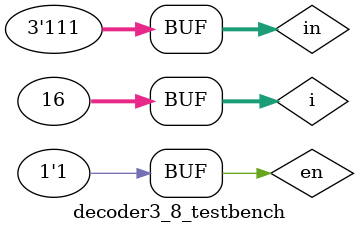
<source format=sv>
`timescale 1ns/10ps

module decoder3_8(en, in, out);
	output logic [7:0] out;
	input logic [2:0] in; 
	input logic en;
	
	logic [5:0] wires;
	
	//built 3:8 decoder from 7 1:2 decoders
	//1 1:2 to take in MSB of input and enable
	//2 1:2 to take in next set of input and outputs of other decoder to make intermediate output
	//4 1:2 to take in LSB's of input and intermediate outputs of previous decoders
	
	decoder1_2 d0 (.en(en), .in(in[2]), .out(wires[1:0]));
	
	decoder1_2 d1 (.en(wires[0]), .in(in[1]), .out(wires[3:2]));
	decoder1_2 d2 (.en(wires[1]), .in(in[1]), .out(wires[5:4]));
	
	decoder1_2 d3 (.en(wires[2]), .in(in[0]), .out(out[1:0]));
	decoder1_2 d4 (.en(wires[3]), .in(in[0]), .out(out[3:2]));
	decoder1_2 d5 (.en(wires[4]), .in(in[0]), .out(out[5:4]));
	decoder1_2 d6 (.en(wires[5]), .in(in[0]), .out(out[7:6]));
endmodule

module decoder3_8_testbench();
	logic [7:0] out;
	logic [2:0] in;
	logic en;
	
	decoder3_8 dut(.en, .in, .out);
	
	integer i;
	initial begin
		for (i = 0; i < 2**4; i++) begin
			{en, in} = i; #10;
		end
	end
endmodule
	
</source>
